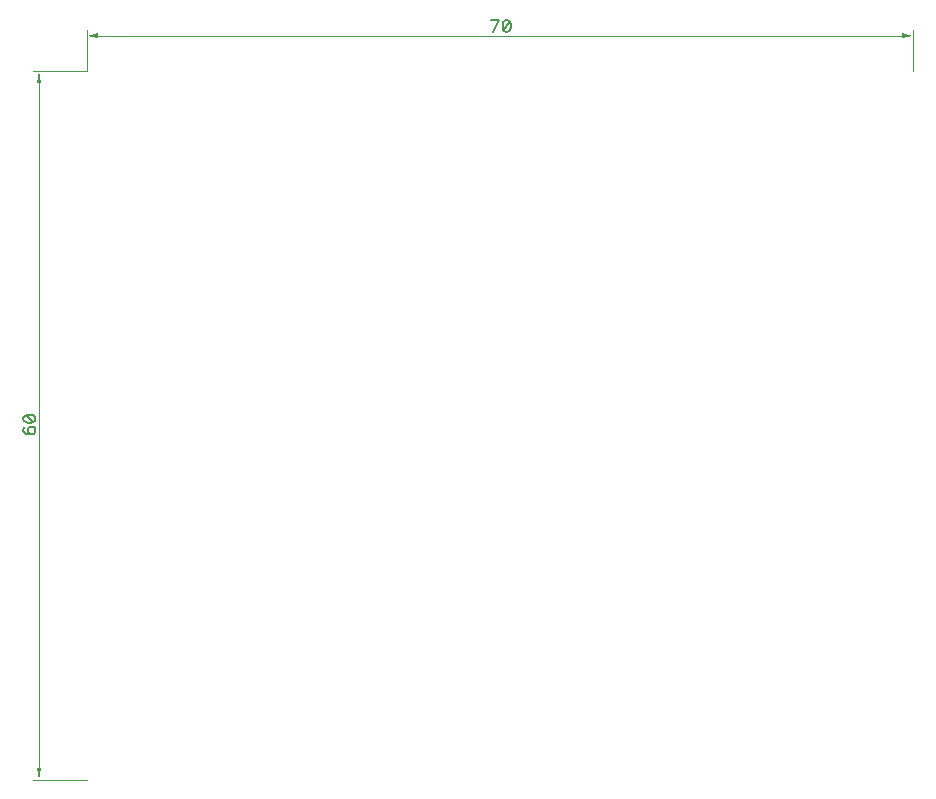
<source format=gbr>
G04 DipTrace 3.3.1.1*
G04 TopDimension.gbr*
%MOIN*%
G04 #@! TF.FileFunction,Drawing,Top*
G04 #@! TF.Part,Single*
%ADD13C,0.001378*%
%ADD58C,0.006176*%
%FSLAX26Y26*%
G04*
G70*
G90*
G75*
G01*
G04 TopDimension*
%LPD*%
X394016Y2756220D2*
D13*
Y2894016D1*
X3149921Y2756220D2*
Y2894016D1*
X1771969Y2874331D2*
X433386D1*
G36*
X394016D2*
X433386Y2882205D1*
Y2866457D1*
X394016Y2874331D1*
G37*
X1771969D2*
D13*
X3110551D1*
G36*
X3149921D2*
X3110551Y2866457D1*
Y2882205D1*
X3149921Y2874331D1*
G37*
X394016Y2756220D2*
D13*
X215597D1*
X394016Y394016D2*
X215597D1*
X235282Y1575118D2*
Y2716850D1*
G36*
Y2756220D2*
X243156Y2716850D1*
X227408D1*
X235282Y2756220D1*
G37*
Y1575118D2*
D13*
Y433386D1*
G36*
Y394016D2*
X227408Y433386D1*
X243156D1*
X235282Y394016D1*
G37*
X1749735Y2886541D2*
D58*
X1768881Y2926689D1*
X1742086D1*
X1792728D2*
X1786980Y2924788D1*
X1783133Y2919040D1*
X1781232Y2909489D1*
Y2903741D1*
X1783133Y2894191D1*
X1786980Y2888443D1*
X1792728Y2886541D1*
X1796531D1*
X1802279Y2888443D1*
X1806081Y2894191D1*
X1808027Y2903741D1*
Y2909489D1*
X1806081Y2919040D1*
X1802279Y2924788D1*
X1796531Y2926689D1*
X1792728D1*
X1806081Y2919040D2*
X1783133Y2894191D1*
X188627Y1569156D2*
X184825Y1567255D1*
X182924Y1561507D1*
Y1557704D1*
X184825Y1551956D1*
X190573Y1548110D1*
X200123Y1546208D1*
X209674D1*
X217323Y1548110D1*
X221170Y1551956D1*
X223071Y1557704D1*
Y1559606D1*
X221170Y1565309D1*
X217323Y1569156D1*
X211575Y1571058D1*
X209674D1*
X203926Y1569156D1*
X200123Y1565309D1*
X198222Y1559606D1*
Y1557704D1*
X200123Y1551956D1*
X203926Y1548110D1*
X209674Y1546208D1*
X182924Y1594905D2*
X184825Y1589157D1*
X190573Y1585310D1*
X200123Y1583409D1*
X205872D1*
X215422Y1585310D1*
X221170Y1589157D1*
X223071Y1594905D1*
Y1598708D1*
X221170Y1604456D1*
X215422Y1608258D1*
X205872Y1610204D1*
X200123D1*
X190573Y1608258D1*
X184825Y1604456D1*
X182924Y1598708D1*
Y1594905D1*
X190573Y1608258D2*
X215422Y1585310D1*
M02*

</source>
